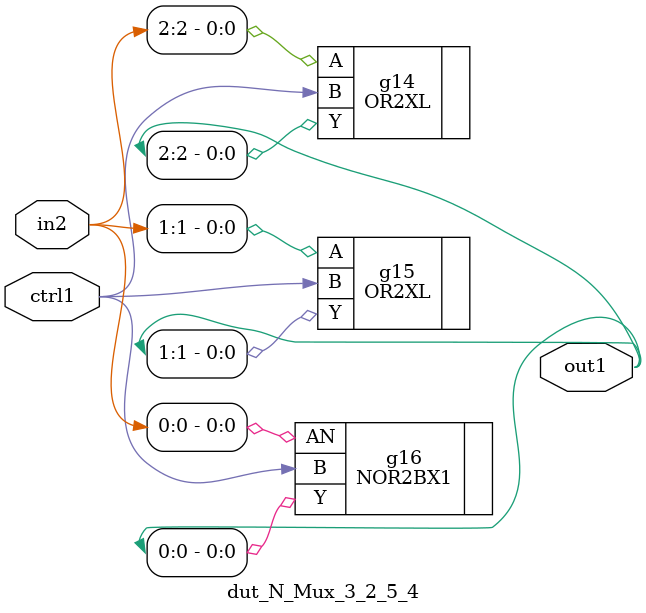
<source format=v>
`timescale 1ps / 1ps


module dut_N_Mux_3_2_5_4(in2, ctrl1, out1);
  input [2:0] in2;
  input ctrl1;
  output [2:0] out1;
  wire [2:0] in2;
  wire ctrl1;
  wire [2:0] out1;
  OR2XL g14(.A (in2[2]), .B (ctrl1), .Y (out1[2]));
  OR2XL g15(.A (in2[1]), .B (ctrl1), .Y (out1[1]));
  NOR2BX1 g16(.AN (in2[0]), .B (ctrl1), .Y (out1[0]));
endmodule



</source>
